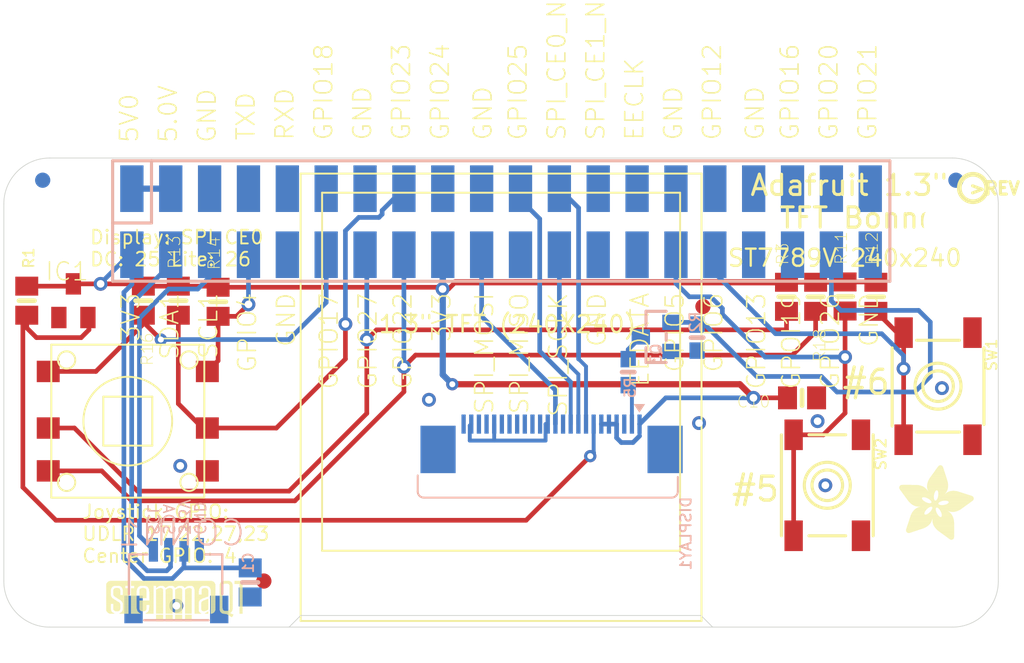
<source format=kicad_pcb>
(kicad_pcb (version 20211014) (generator pcbnew)
  (layers (0 "F.Cu" signal) (31 "B.Cu" signal) (34 "B.Paste" user) (35 "F.Paste" user) (36 "B.SilkS" user "B.Silkscreen") (37 "F.SilkS" user "F.Silkscreen") (38 "B.Mask" user) (39 "F.Mask" user) (44 "Edge.Cuts" user))
  (net 0 "")
  (net 1 "SCL")
  (net 2 "SDA")
  (net 3 "GND")
  (net 4 "3.3V")
  (net 5 "5.0V")
  (net 6 "GPIO23")
  (net 7 "GPIO17")
  (net 8 "GPIO27")
  (net 9 "GPIO22")
  (net 10 "GPIO4")
  (net 11 "GPIO5")
  (net 12 "GPIO6")
  (net 13 "TFT_RST")
  (net 14 "SCLK")
  (net 15 "MOSI")
  (net 16 "LEDK")
  (net 17 "TFT_LITE")
  (net 18 "TFT_DC")
  (net 19 "TFT_CS")
  (net 20 "N$1")
  (net 21 "MISO")
  (net 22 "EEDATA")
  (net 23 "GPIO13")
  (net 24 "GPIO19")
  (net 25 "GPIO21")
  (net 26 "GPIO20")
  (net 27 "GPIO16")
  (net 28 "GPIO12")
  (net 29 "EECLK")
  (net 30 "CE1")
  (net 31 "TXD")
  (net 32 "RXD")
  (net 33 "GPIO18")
  (net 34 "GPIO24")
  (footprint "boardEagle:0805-NO" (layer "F.Cu") (at 125.1197 98.9978 -90)
    (fp_text reference "R16" (at 2.032 -0.254 90) (layer "F.SilkS") (effects (font (size 0.75948 0.75948) (thickness 0.05332)) (justify right)))
    (fp_text value "10K")
    (pad "1" smd rect (at -0.95 0 270) (size 1.24 1.5) (layers "F.Cu" "F.Paste" "F.Mask") (net 4 "3.3V"))
    (pad "2" smd rect (at 0.95 0 270) (size 1.24 1.5) (layers "F.Cu" "F.Paste" "F.Mask") (net 7 "GPIO17"))
  )
  (footprint "boardEagle:0805-NO" (layer "F.Cu") (at 172.9987 98.7438 90)
    (fp_text reference "R12" (at 2.032 -0.254 90) (layer "F.SilkS") (effects (font (size 0.75948 0.75948) (thickness 0.05332)) (justify left)))
    (fp_text value "10K")
    (pad "1" smd rect (at -0.95 0 90) (size 1.24 1.5) (layers "F.Cu" "F.Paste" "F.Mask") (net 12 "GPIO6"))
    (pad "2" smd rect (at 0.95 0 90) (size 1.24 1.5) (layers "F.Cu" "F.Paste" "F.Mask") (net 4 "3.3V"))
  )
  (footprint "boardEagle:SKQUBAE010" (layer "F.Cu") (at 124.1037 106.8718)
    (fp_text reference "SW3" hide)
    (fp_text value "NAVSWITCHSKQUABAUE010" hide)
    (pad "1" smd rect (at -5.2 -3.25 180) (size 1.5 1.4) (layers "F.Cu" "F.Paste" "F.Mask") (net 7 "GPIO17"))
    (pad "2" smd rect (at -5.2 0.45 180) (size 1.5 1.4) (layers "F.Cu" "F.Paste" "F.Mask") (net 8 "GPIO27"))
    (pad "3" smd rect (at -5.2 3.25 180) (size 1.5 1.4) (layers "F.Cu" "F.Paste" "F.Mask") (net 9 "GPIO22"))
    (pad "4" smd rect (at 5.2 3.25 180) (size 1.5 1.4) (layers "F.Cu" "F.Paste" "F.Mask") (net 3 "GND"))
    (pad "5" smd rect (at 5.2 0.45 180) (size 1.5 1.4) (layers "F.Cu" "F.Paste" "F.Mask") (net 6 "GPIO23"))
    (pad "6" smd rect (at 5.2 -3.25 180) (size 1.5 1.4) (layers "F.Cu" "F.Paste" "F.Mask") (net 10 "GPIO4"))
  )
  (footprint "boardEagle:STEMMAQT" (layer "F.Cu") (at 122.7067 119.9528)
    (fp_text reference "U$29" hide)
    (fp_text value "" hide)
  )
  (footprint "boardEagle:FIDUCIAL_1MM" (layer "F.Cu") (at 161.6957 99.3788)
    (fp_text reference "FID1" hide)
    (fp_text value "FIDUCIAL_1MM" hide)
    (pad "1" smd roundrect (at 0 0) (size 1 1) (layers "F.Cu" "F.Mask") (roundrect_rratio 0.5))
  )
  (footprint "boardEagle:FIDUCIAL_1MM" (layer "F.Cu") (at 132.9965 117.3216)
    (fp_text reference "FID2" hide)
    (fp_text value "FIDUCIAL_1MM" hide)
    (pad "1" smd roundrect (at 0 0) (size 1 1) (layers "F.Cu" "F.Mask") (roundrect_rratio 0.5))
  )
  (footprint "boardEagle:0805-NO" (layer "F.Cu") (at 168.1727 105.3478 180)
    (fp_text reference "C10" (at 2.032 -0.254) (layer "F.SilkS") (effects (font (size 0.75948 0.75948) (thickness 0.05332)) (justify right)))
    (fp_text value "10uF")
    (pad "1" smd rect (at -0.95 0 180) (size 1.24 1.5) (layers "F.Cu" "F.Paste" "F.Mask") (net 3 "GND"))
    (pad "2" smd rect (at 0.95 0 180) (size 1.24 1.5) (layers "F.Cu" "F.Paste" "F.Mask") (net 4 "3.3V"))
  )
  (footprint "boardEagle:PI_BONNET_SMT" (layer "F.Cu") (at 116.0011 120.3338)
    (fp_text reference "RPI1" hide)
    (fp_text value "RASPBERRYPI_BPLUS_BONNETSMT" hide)
    (fp_text user "SPI_CE0_N" (at 36.8176 -31.7378 90) (layer "F.SilkS") (effects (font (size 1.1684 1.1684) (thickness 0.1016)) (justify left bottom)))
    (fp_text user "GPOI19" (at 50.7876 -21.9334 90) (layer "F.SilkS") (effects (font (size 1.1684 1.1684) (thickness 0.1016)) (justify right top)))
    (fp_text user "3V3" (at 7.6076 -21.9334 90) (layer "F.SilkS") (effects (font (size 1.1684 1.1684) (thickness 0.1016)) (justify right top)))
    (fp_text user "GPIO21" (at 57.1376 -31.7378 90) (layer "F.SilkS") (effects (font (size 1.1684 1.1684) (thickness 0.1016)) (justify left bottom)))
    (fp_text user "GND" (at 38.0876 -21.9334 90) (layer "F.SilkS") (effects (font (size 1.1684 1.1684) (thickness 0.1016)) (justify right top)))
    (fp_text user "GND" (at 55.8676 -21.9334 90) (layer "F.SilkS") (effects (font (size 1.1684 1.1684) (thickness 0.1016)) (justify right top)))
    (fp_text user "GND" (at 49.7716 -31.7378 90) (layer "F.SilkS") (effects (font (size 1.1684 1.1684) (thickness 0.1016)) (justify left bottom)))
    (fp_text user "GPIO17" (at 20.5616 -21.9334 90) (layer "F.SilkS") (effects (font (size 1.1684 1.1684) (thickness 0.1016)) (justify right top)))
    (fp_text user "GND" (at 44.4376 -31.7378 90) (layer "F.SilkS") (effects (font (size 1.1684 1.1684) (thickness 0.1016)) (justify left bottom)))
    (fp_text user "GPIO25" (at 34.2776 -31.7378 90) (layer "F.SilkS") (effects (font (size 1.1684 1.1684) (thickness 0.1016)) (justify left bottom)))
    (fp_text user "GPIO5" (at 43.1676 -21.9334 90) (layer "F.SilkS") (effects (font (size 1.1684 1.1684) (thickness 0.1016)) (justify right top)))
    (fp_text user "TXD" (at 16.4976 -31.7378 90) (layer "F.SilkS") (effects (font (size 1.1684 1.1684) (thickness 0.1016)) (justify left bottom)))
    (fp_text user "GND" (at 31.9916 -31.7378 90) (layer "F.SilkS") (effects (font (size 1.1684 1.1684) (thickness 0.1016)) (justify left bottom)))
    (fp_text user "GPIO24" (at 29.1976 -31.7378 90) (layer "F.SilkS") (effects (font (size 1.1684 1.1684) (thickness 0.1016)) (justify left bottom)))
    (fp_text user "GPIO26" (at 53.3276 -21.9334 90) (layer "F.SilkS") (effects (font (size 1.1684 1.1684) (thickness 0.1016)) (justify right top)))
    (fp_text user "GND" (at 17.7676 -21.9334 90) (layer "F.SilkS") (effects (font (size 1.1684 1.1684) (thickness 0.1016)) (justify right top)))
    (fp_text user "GPIO20" (at 54.5976 -31.7378 90) (layer "F.SilkS") (effects (font (size 1.1684 1.1684) (thickness 0.1016)) (justify left bottom)))
    (fp_text user "GND" (at 24.1176 -31.7378 90) (layer "F.SilkS") (effects (font (size 1.1684 1.1684) (thickness 0.1016)) (justify left bottom)))
    (fp_text user "SCL1" (at 12.6876 -21.9334 90) (layer "F.SilkS") (effects (font (size 1.1684 1.1684) (thickness 0.1016)) (justify right top)))
    (fp_text user "3V3" (at 27.9276 -21.9334 90) (layer "F.SilkS") (effects (font (size 1.1684 1.1684) (thickness 0.1016)) (justify right top)))
    (fp_text user "SPI_CE1_N" (at 39.3576 -31.7378 90) (layer "F.SilkS") (effects (font (size 1.1684 1.1684) (thickness 0.1016)) (justify left bottom)))
    (fp_text user "GPIO18" (at 21.5776 -31.7378 90) (layer "F.SilkS") (effects (font (size 1.1684 1.1684) (thickness 0.1016)) (justify left bottom)))
    (fp_text user "GPIO4" (at 15.2276 -21.9334 90) (layer "F.SilkS") (effects (font (size 1.1684 1.1684) (thickness 0.1016)) (justify right top)))
    (fp_text user "SDA1" (at 10.1476 -21.9334 90) (layer "F.SilkS") (effects (font (size 1.1684 1.1684) (thickness 0.1016)) (justify right top)))
    (fp_text user "GPIO23" (at 26.6576 -31.7378 90) (layer "F.SilkS") (effects (font (size 1.1684 1.1684) (thickness 0.1016)) (justify left bottom)))
    (fp_text user "GPIO22" (at 25.3876 -21.9334 90) (layer "F.SilkS") (effects (font (size 1.1684 1.1684) (thickness 0.1016)) (justify right top)))
    (fp_text user "GPIO12" (at 46.9776 -31.7378 90) (layer "F.SilkS") (effects (font (size 1.1684 1.1684) (thickness 0.1016)) (justify left bottom)))
    (fp_text user "5V0" (at 8.8776 -31.5854 90) (layer "F.SilkS") (effects (font (size 1.1684 1.1684) (thickness 0.1016)) (justify left bottom)))
    (fp_text user "GPIO6" (at 45.7076 -21.9334 90) (layer "F.SilkS") (effects (font (size 1.1684 1.1684) (thickness 0.1016)) (justify right top)))
    (fp_text user "SPI_MISO" (at 33.0076 -21.9334 90) (layer "F.SilkS") (effects (font (size 1.1684 1.1684) (thickness 0.1016)) (justify right top)))
    (fp_text user "SPI_SCLK" (at 35.5476 -21.9334 90) (layer "F.SilkS") (effects (font (size 1.1684 1.1684) (thickness 0.1016)) (justify right top)))
    (fp_text user "GPIO13" (at 48.5016 -21.9334 90) (layer "F.SilkS") (effects (font (size 1.1684 1.1684) (thickness 0.1016)) (justify right top)))
    (fp_text user "GND" (at 13.9576 -31.5854 90) (layer "F.SilkS") (effects (font (size 1.1684 1.1684) (thickness 0.1016)) (justify left bottom)))
    (fp_text user "SPI_MOSI" (at 30.7216 -21.9334 90) (layer "F.SilkS") (effects (font (size 1.1684 1.1684) (thickness 0.1016)) (justify right top)))
    (fp_text user "RXD" (at 19.0376 -31.7378 90) (layer "F.SilkS") (effects (font (size 1.1684 1.1684) (thickness 0.1016)) (justify left bottom)))
    (fp_text user "5.0V" (at 11.4176 -31.5854 90) (layer "F.SilkS") (effects (font (size 1.1684 1.1684) (thickness 0.1016)) (justify left bottom)))
    (fp_text user "EEDATA" (at 40.8816 -21.9334 90) (layer "F.SilkS") (effects (font (size 1.1684 1.1684) (thickness 0.1016)) (justify right top)))
    (fp_text user "EECLK" (at 41.8976 -31.7378 90) (layer "F.SilkS") (effects (font (size 1.1684 1.1684) (thickness 0.1016)) (justify left bottom)))
    (fp_text user "GPIO27" (at 23.1016 -21.9334 90) (layer "F.SilkS") (effects (font (size 1.1684 1.1684) (thickness 0.1016)) (justify right top)))
    (fp_text user "GPIO16" (at 52.0576 -31.7378 90) (layer "F.SilkS") (effects (font (size 1.1684 1.1684) (thickness 0.1016)) (justify left bottom)))
    (fp_line (start 62 -30.6604) (end 3 -30.6604) (layer "Edge.Cuts") (width 0.05))
    (fp_line (start 0 -27.6604) (end 0 -3) (layer "Edge.Cuts") (width 0.05))
    (fp_line (start 65 -3) (end 65 -27.6604) (layer "Edge.Cuts") (width 0.05))
    (fp_line (start 3 0) (end 62 0) (layer "Edge.Cuts") (width 0.05))
    (fp_arc (start 62 -30.6604) (mid 64.12132 -29.78172) (end 65 -27.6604) (layer "Edge.Cuts") (width 0.05))
    (fp_arc (start 65 -3) (mid 64.12132 -0.87868) (end 62 0) (layer "Edge.Cuts") (width 0.05))
    (fp_arc (start 0 -27.6604) (mid 0.87868 -29.78172) (end 3 -30.6604) (layer "Edge.Cuts") (width 0.05))
    (fp_arc (start 3 0) (mid 0.87868 -0.87868) (end 0 -3) (layer "Edge.Cuts") (width 0.05))
    (pad "" np_thru_hole circle (at 3.5 -26.5) (size 2.8 2.8) (drill 2.8) (layers *.Cu *.Mask))
    (pad "" np_thru_hole circle (at 61.5 -3.5) (size 2.8 2.8) (drill 2.8) (layers *.Cu *.Mask))
    (pad "" np_thru_hole circle (at 61.5 -26.5) (size 2.8 2.8) (drill 2.8) (layers *.Cu *.Mask))
    (pad "" np_thru_hole circle (at 3.5 -3.5) (size 2.8 2.8) (drill 2.8) (layers *.Cu *.Mask))
    (pad "1" smd rect (at 8.3696 -24.3394 270) (size 3.048 1.524) (layers "B.Cu" "B.Paste" "B.Mask") (net 4 "3.3V"))
    (pad "2" smd rect (at 8.3696 -28.6574 270) (size 3.048 1.524) (layers "B.Cu" "B.Paste" "B.Mask") (net 5 "5.0V"))
    (pad "3" smd rect (at 10.9096 -24.3394 90) (size 3.048 1.524) (layers "B.Cu" "B.Paste" "B.Mask") (net 2 "SDA"))
    (pad "4" smd rect (at 10.9096 -28.6574 270) (size 3.048 1.524) (layers "B.Cu" "B.Paste" "B.Mask") (net 5 "5.0V"))
    (pad "5" smd rect (at 13.4496 -24.3394 90) (size 3.048 1.524) (layers "B.Cu" "B.Paste" "B.Mask") (net 1 "SCL"))
    (pad "6" smd rect (at 13.4496 -28.6574 270) (size 3.048 1.524) (layers "B.Cu" "B.Paste" "B.Mask") (net 3 "GND"))
    (pad "7" smd rect (at 15.9896 -24.3394 90) (size 3.048 1.524) (layers "B.Cu" "B.Paste" "B.Mask") (net 10 "GPIO4"))
    (pad "8" smd rect (at 15.9896 -28.6574 270) (size 3.048 1.524) (layers "B.Cu" "B.Paste" "B.Mask") (net 31 "TXD"))
    (pad "9" smd rect (at 18.5296 -24.3394 90) (size 3.048 1.524) (layers "B.Cu" "B.Paste" "B.Mask") (net 3 "GND"))
    (pad "10" smd rect (at 18.5296 -28.6574 270) (size 3.048 1.524) (layers "B.Cu" "B.Paste" "B.Mask") (net 32 "RXD"))
    (pad "11" smd rect (at 21.0696 -24.3394 90) (size 3.048 1.524) (layers "B.Cu" "B.Paste" "B.Mask") (net 7 "GPIO17"))
    (pad "12" smd rect (at 21.0696 -28.6574 270) (size 3.048 1.524) (layers "B.Cu" "B.Paste" "B.Mask") (net 33 "GPIO18"))
    (pad "13" smd rect (at 23.6096 -24.3394 90) (size 3.048 1.524) (layers "B.Cu" "B.Paste" "B.Mask") (net 8 "GPIO27"))
    (pad "14" smd rect (at 23.6096 -28.6574 270) (size 3.048 1.524) (layers "B.Cu" "B.Paste" "B.Mask") (net 3 "GND"))
    (pad "15" smd rect (at 26.1496 -24.3394 90) (size 3.048 1.524) (layers "B.Cu" "B.Paste" "B.Mask") (net 9 "GPIO22"))
    (pad "16" smd rect (at 26.1496 -28.6574 270) (size 3.048 1.524) (layers "B.Cu" "B.Paste" "B.Mask") (net 6 "GPIO23"))
    (pad "17" smd rect (at 28.6896 -24.3394 90) (size 3.048 1.524) (layers "B.Cu" "B.Paste" "B.Mask") (net 4 "3.3V"))
    (pad "18" smd rect (at 28.6896 -28.6574 270) (size 3.048 1.524) (layers "B.Cu" "B.Paste" "B.Mask") (net 34 "GPIO24"))
    (pad "19" smd rect (at 31.2296 -24.3394 90) (size 3.048 1.524) (layers "B.Cu" "B.Paste" "B.Mask") (net 15 "MOSI"))
    (pad "20" smd rect (at 31.2296 -28.6574 270) (size 3.048 1.524) (layers "B.Cu" "B.Paste" "B.Mask") (net 3 "GND"))
    (pad "21" smd rect (at 33.7696 -24.3394 90) (size 3.048 1.524) (layers "B.Cu" "B.Paste" "B.Mask") (net 21 "MISO"))
    (pad "22" smd rect (at 33.7696 -28.6574 270) (size 3.048 1.524) (layers "B.Cu" "B.Paste" "B.Mask") (net 18 "TFT_DC"))
    (pad "23" smd rect (at 36.3096 -24.3394 90) (size 3.048 1.524) (layers "B.Cu" "B.Paste" "B.Mask") (net 14 "SCLK"))
    (pad "24" smd rect (at 36.3096 -28.6574 270) (size 3.048 1.524) (layers "B.Cu" "B.Paste" "B.Mask") (net 19 "TFT_CS"))
    (pad "25" smd rect (at 38.8496 -24.3394 90) (size 3.048 1.524) (layers "B.Cu" "B.Paste" "B.Mask") (net 3 "GND"))
    (pad "26" smd rect (at 38.8496 -28.6574 270) (size 3.048 1.524) (layers "B.Cu" "B.Paste" "B.Mask") (net 30 "CE1"))
    (pad "27" smd rect (at 41.3896 -24.3394 90) (size 3.048 1.524) (layers "B.Cu" "B.Paste" "B.Mask") (net 22 "EEDATA"))
    (pad "28" smd rect (at 41.3896 -28.6574 270) (size 3.048 1.524) (layers "B.Cu" "B.Paste" "B.Mask") (net 29 "EECLK"))
    (pad "29" smd rect (at 43.9296 -24.3394 90) (size 3.048 1.524) (layers "B.Cu" "B.Paste" "B.Mask") (net 11 "GPIO5"))
    (pad "30" smd rect (at 43.9296 -28.6574 270) (size 3.048 1.524) (layers "B.Cu" "B.Paste" "B.Mask") (net 3 "GND"))
    (pad "31" smd rect (at 46.4696 -24.3394 90) (size 3.048 1.524) (layers "B.Cu" "B.Paste" "B.Mask") (net 12 "GPIO6"))
    (pad "32" smd rect (at 46.4696 -28.6574 270) (size 3.048 1.524) (layers "B.Cu" "B.Paste" "B.Mask") (net 28 "GPIO12"))
    (pad "33" smd rect (at 49.0096 -24.3394 90) (size 3.048 1.524) (layers "B.Cu" "B.Paste" "B.Mask") (net 23 "GPIO13"))
    (pad "34" smd rect (at 49.0096 -28.6574 270) (size 3.048 1.524) (layers "B.Cu" "B.Paste" "B.Mask") (net 3 "GND"))
    (pad "35" smd rect (at 51.5496 -24.3394 90) (size 3.048 1.524) (layers "B.Cu" "B.Paste" "B.Mask") (net 24 "GPIO19"))
    (pad "36" smd rect (at 51.5496 -28.6574 270) (size 3.048 1.524) (layers "B.Cu" "B.Paste" "B.Mask") (net 27 "GPIO16"))
    (pad "37" smd rect (at 54.0896 -24.3394 90) (size 3.048 1.524) (layers "B.Cu" "B.Paste" "B.Mask") (net 17 "TFT_LITE"))
    (pad "38" smd rect (at 54.0896 -28.6574 270) (size 3.048 1.524) (layers "B.Cu" "B.Paste" "B.Mask") (net 26 "GPIO20"))
    (pad "39" smd rect (at 56.6296 -24.3394 90) (size 3.048 1.524) (layers "B.Cu" "B.Paste" "B.Mask") (net 3 "GND"))
    (pad "40" smd rect (at 56.6296 -28.6574 270) (size 3.048 1.524) (layers "B.Cu" "B.Paste" "B.Mask") (net 25 "GPIO21"))
    (pad "41" smd roundrect (at 2.54 -29.21 180) (size 1 1) (layers "B.Cu" "B.Mask") (roundrect_rratio 0.5))
    (pad "42" smd roundrect (at 62.23 -29.21 180) (size 1 1) (layers "B.Cu" "B.Mask") (roundrect_rratio 0.5))
  )
  (footprint "boardEagle:0805-NO" (layer "F.Cu") (at 127.4057 98.9978 90)
    (fp_text reference "R13" (at 2.032 -0.254 90) (layer "F.SilkS") (effects (font (size 0.75948 0.75948) (thickness 0.05332)) (justify left)))
    (fp_text value "10K")
    (pad "1" smd rect (at -0.95 0 90) (size 1.24 1.5) (layers "F.Cu" "F.Paste" "F.Mask") (net 6 "GPIO23"))
    (pad "2" smd rect (at 0.95 0 90) (size 1.24 1.5) (layers "F.Cu" "F.Paste" "F.Mask") (net 4 "3.3V"))
  )
  (footprint "boardEagle:0805-NO" (layer "F.Cu") (at 130.0057 99.0698 90)
    (fp_text reference "R14" (at 2.032 -0.254 90) (layer "F.SilkS") (effects (font (size 0.75948 0.75948) (thickness 0.05332)) (justify left)))
    (fp_text value "10K")
    (pad "1" smd rect (at -0.95 0 90) (size 1.24 1.5) (layers "F.Cu" "F.Paste" "F.Mask") (net 10 "GPIO4"))
    (pad "2" smd rect (at 0.95 0 90) (size 1.24 1.5) (layers "F.Cu" "F.Paste" "F.Mask") (net 4 "3.3V"))
  )
  (footprint "boardEagle:6MM_SMT" (layer "F.Cu") (at 169.8237 111.0628 -90)
    (fp_text reference "SW2" (at -3.175 -3.5 90) (layer "F.SilkS") (effects (font (size 0.692831 0.692831) (thickness 0.119969)) (justify right)))
    (fp_text value "EVQQ")
    (pad "A" smd rect (at -3.3 2.2 270) (size 2 1.2) (layers "F.Cu" "F.Paste" "F.Mask") (net 11 "GPIO5"))
    (pad "A'" smd rect (at 3.3 2.2 270) (size 2 1.2) (layers "F.Cu" "F.Paste" "F.Mask") (net 11 "GPIO5"))
    (pad "B" smd rect (at -3.3 -2.2 270) (size 2 1.2) (layers "F.Cu" "F.Paste" "F.Mask") (net 3 "GND"))
    (pad "B'" smd rect (at 3.3 -2.2 270) (size 2 1.2) (layers "F.Cu" "F.Paste" "F.Mask") (net 3 "GND"))
  )
  (footprint "boardEagle:0805-NO" (layer "F.Cu") (at 117.4997 98.9978 90)
    (fp_text reference "R1" (at 2.032 0.127 90) (layer "F.SilkS") (effects (font (size 0.692831 0.692831) (thickness 0.119969)) (justify left)))
    (fp_text value "10K")
    (pad "1" smd rect (at -0.95 0 90) (size 1.24 1.5) (layers "F.Cu" "F.Paste" "F.Mask") (net 13 "TFT_RST"))
    (pad "2" smd rect (at 0.95 0 90) (size 1.24 1.5) (layers "F.Cu" "F.Paste" "F.Mask") (net 4 "3.3V"))
  )
  (footprint "boardEagle:ADAFRUIT_5MM" (layer "F.Cu") (at 174.5227 114.6188)
    (fp_text reference "U$28" hide)
    (fp_text value "" hide)
  )
  (footprint "boardEagle:6MMX6MM_TACTILE_SMT" (layer "F.Cu") (at 177.0627 104.5858 -90)
    (fp_text reference "SW1" (at -3.175 -3.5 90) (layer "F.SilkS") (effects (font (size 0.692831 0.692831) (thickness 0.119969)) (justify right)))
    (fp_text value "EVQQ" hide)
    (pad "A" smd rect (at -3.5 2.25 270) (size 2 1.2) (layers "F.Cu" "F.Paste" "F.Mask") (net 12 "GPIO6"))
    (pad "A'" smd rect (at 3.5 2.25 270) (size 2 1.2) (layers "F.Cu" "F.Paste" "F.Mask") (net 12 "GPIO6"))
    (pad "B" smd rect (at -3.5 -2.25 270) (size 2 1.2) (layers "F.Cu" "F.Paste" "F.Mask") (net 3 "GND"))
    (pad "B'" smd rect (at 3.5 -2.25 270) (size 2 1.2) (layers "F.Cu" "F.Paste" "F.Mask") (net 3 "GND"))
  )
  (footprint "boardEagle:0805-NO" (layer "F.Cu") (at 169.0617 98.7438 -90)
    (fp_text reference "R18" (at 2.032 -0.254 90) (layer "F.SilkS") (effects (font (size 0.75948 0.75948) (thickness 0.05332)) (justify right)))
    (fp_text value "10K")
    (pad "1" smd rect (at -0.95 0 270) (size 1.24 1.5) (layers "F.Cu" "F.Paste" "F.Mask") (net 4 "3.3V"))
    (pad "2" smd rect (at 0.95 0 270) (size 1.24 1.5) (layers "F.Cu" "F.Paste" "F.Mask") (net 9 "GPIO22"))
  )
  (footprint "boardEagle:0805-NO" (layer "F.Cu") (at 167.1567 98.7438 90)
    (fp_text reference "R3" (at 2.032 -0.254 90) (layer "F.SilkS") (effects (font (size 0.75948 0.75948) (thickness 0.05332)) (justify left)))
    (fp_text value "10K")
    (pad "1" smd rect (at -0.95 0 90) (size 1.24 1.5) (layers "F.Cu" "F.Paste" "F.Mask") (net 8 "GPIO27"))
    (pad "2" smd rect (at 0.95 0 90) (size 1.24 1.5) (layers "F.Cu" "F.Paste" "F.Mask") (net 4 "3.3V"))
  )
  (footprint "boardEagle:PCBFEAT-REV-040" (layer "F.Cu") (at 179.3487 91.6318)
    (fp_text reference "U$2" hide)
    (fp_text value "" hide)
    (fp_text user ">REV" (at -0.3556 0.508) (layer "F.SilkS") (effects (font (size 0.8128 0.8128) (thickness 0.2032)) (justify left bottom)))
  )
  (footprint "boardEagle:0805-NO" (layer "F.Cu") (at 170.9847 98.7238 90)
    (fp_text reference "R11" (at 2.032 -0.254 90) (layer "F.SilkS") (effects (font (size 0.75948 0.75948) (thickness 0.05332)) (justify left)))
    (fp_text value "10K")
    (pad "1" smd rect (at -0.95 0 90) (size 1.24 1.5) (layers "F.Cu" "F.Paste" "F.Mask") (net 11 "GPIO5"))
    (pad "2" smd rect (at 0.95 0 90) (size 1.24 1.5) (layers "F.Cu" "F.Paste" "F.Mask") (net 4 "3.3V"))
  )
  (footprint "boardEagle:SOT23" (layer "F.Cu") (at 120.5477 98.9978)
    (fp_text reference "IC1" (at -1.905 -1.905) (layer "F.SilkS") (effects (font (size 1.176528 1.176528) (thickness 0.093472)) (justify left)))
    (fp_text value "APX803")
    (pad "1" smd rect (at -0.95 1.1) (size 1 1.4) (layers "F.Cu" "F.Paste" "F.Mask") (net 3 "GND"))
    (pad "2" smd rect (at 0.95 1.1) (size 1 1.4) (layers "F.Cu" "F.Paste" "F.Mask") (net 13 "TFT_RST"))
    (pad "3" smd rect (at 0 -1.1) (size 1 1.4) (layers "F.Cu" "F.Paste" "F.Mask") (net 4 "3.3V"))
  )
  (footprint "boardEagle:0805-NO" (layer "B.Cu") (at 132.1047 117.4128 90)
    (fp_text reference "C1" (at 2.032 -0.127 90) (layer "B.SilkS") (effects (font (size 0.692831 0.692831) (thickness 0.119969)) (justify left mirror)))
    (fp_text value "10uF")
    (pad "1" smd rect (at -0.95 0 90) (size 1.24 1.5) (layers "B.Cu" "B.Paste" "B.Mask") (net 3 "GND"))
    (pad "2" smd rect (at 0.95 0 90) (size 1.24 1.5) (layers "B.Cu" "B.Paste" "B.Mask") (net 4 "3.3V"))
  )
  (footprint "boardEagle:0603-NO" (layer "B.Cu") (at 156.8107 103.6658 -90)
    (fp_text reference "R5" (at 1.778 -0.127 -270) (layer "B.SilkS") (effects (font (size 0.692831 0.692831) (thickness 0.119969)) (justify right mirror)))
    (fp_text value "10")
    (pad "1" smd rect (at -0.85 0 270) (size 1.075 1) (layers "B.Cu" "B.Paste" "B.Mask") (net 20 "N$1"))
    (pad "2" smd rect (at 0.85 0 270) (size 1.075 1) (layers "B.Cu" "B.Paste" "B.Mask") (net 16 "LEDK"))
  )
  (footprint "boardEagle:SOT23-WIDE" (layer "B.Cu") (at 158.6357 101.3638 -90)
    (fp_text reference "Q3" (at 1.905 0 -270) (layer "B.SilkS") (effects (font (size 0.692831 0.692831) (thickness 0.119969)) (justify right mirror)))
    (fp_text value "BSS138")
    (pad "1" smd rect (at -0.95 -1 270) (size 1 1.2) (layers "B.Cu" "B.Paste" "B.Mask") (net 17 "TFT_LITE"))
    (pad "2" smd rect (at 0.95 -1 270) (size 1 1.2) (layers "B.Cu" "B.Paste" "B.Mask") (net 3 "GND"))
    (pad "3" smd rect (at 0 1 270) (size 1 1.2) (layers "B.Cu" "B.Paste" "B.Mask") (net 20 "N$1"))
  )
  (footprint "boardEagle:JST_SH4" (layer "B.Cu") (at 127.2787 117.7938 180)
    (fp_text reference "CONN1" (at -4.6 3.614) (layer "B.SilkS") (effects (font (size 1.647139 1.647139) (thickness 0.130861)) (justify left mirror)))
    (fp_text value "STEMMA_I2C_QT" hide)
    (pad "1" smd rect (at -1.5 2.514 90) (size 1.55 0.6) (layers "B.Cu" "B.Paste" "B.Mask") (net 3 "GND"))
    (pad "2" smd rect (at -0.5 2.514 90) (size 1.55 0.6) (layers "B.Cu" "B.Paste" "B.Mask") (net 4 "3.3V"))
    (pad "3" smd rect (at 0.5 2.514 90) (size 1.55 0.6) (layers "B.Cu" "B.Paste" "B.Mask") (net 2 "SDA"))
    (pad "4" smd rect (at 1.5 2.514 90) (size 1.55 0.6) (layers "B.Cu" "B.Paste" "B.Mask") (net 1 "SCL"))
    (pad "MT1" smd rect (at -2.8 -1.386 90) (size 1.8 1.2) (layers "B.Cu" "B.Paste" "B.Mask"))
    (pad "MT2" smd rect (at 2.8 -1.386 90) (size 1.8 1.2) (layers "B.Cu" "B.Paste" "B.Mask"))
  )
  (footprint "boardEagle:TFT_1.3IN_240X240_24P" (layer "B.Cu") (at 162.1027 120.4418 180)
    (fp_text reference "DISPLAY1" (at 1.523 8.696 270) (layer "B.SilkS") (effects (font (size 0.692831 0.692831) (thickness 0.119969)) (justify left mirror)))
    (fp_text value "DISP_LCD_ST7789_1.3IN" hide)
    (fp_text user "1.3\" TFT (240X240)" (at 13.19 19.9) (layer "F.SilkS") (effects (font (size 1.1176 1.1176) (thickness 0.1524))))
    (pad "1" smd rect (at 4.55 13.378) (size 0.28 1.25) (layers "B.Cu" "B.Paste" "B.Mask") (net 4 "3.3V"))
    (pad "2" smd rect (at 5.05 13.378) (size 0.28 1.25) (layers "B.Cu" "B.Paste" "B.Mask") (net 16 "LEDK"))
    (pad "3" smd rect (at 5.55 13.378) (size 0.28 1.25) (layers "B.Cu" "B.Paste" "B.Mask") (net 3 "GND"))
    (pad "4" smd rect (at 6.05 13.378) (size 0.28 1.25) (layers "B.Cu" "B.Paste" "B.Mask") (net 4 "3.3V"))
    (pad "5" smd rect (at 6.55 13.378) (size 0.28 1.25) (layers "B.Cu" "B.Paste" "B.Mask") (net 4 "3.3V"))
    (pad "6" smd rect (at 7.05 13.378) (size 0.28 1.25) (layers "B.Cu" "B.Paste" "B.Mask") (net 4 "3.3V"))
    (pad "7" smd rect (at 7.55 13.378) (size 0.28 1.25) (layers "B.Cu" "B.Paste" "B.Mask") (net 13 "TFT_RST"))
    (pad "8" smd rect (at 8.05 13.378) (size 0.28 1.25) (layers "B.Cu" "B.Paste" "B.Mask") (net 19 "TFT_CS"))
    (pad "9" smd rect (at 8.55 13.378) (size 0.28 1.25) (layers "B.Cu" "B.Paste" "B.Mask") (net 14 "SCLK"))
    (pad "10" smd rect (at 9.05 13.378) (size 0.28 1.25) (layers "B.Cu" "B.Paste" "B.Mask") (net 18 "TFT_DC"))
    (pad "11" smd rect (at 9.55 13.378) (size 0.28 1.25) (layers "B.Cu" "B.Paste" "B.Mask") (net 3 "GND"))
    (pad "12" smd rect (at 10.05 13.378) (size 0.28 1.25) (layers "B.Cu" "B.Paste" "B.Mask") (net 15 "MOSI"))
    (pad "13" smd rect (at 10.55 13.378) (size 0.28 1.25) (layers "B.Cu" "B.Paste" "B.Mask") (net 3 "GND"))
    (pad "14" smd rect (at 11.05 13.378) (size 0.28 1.25) (layers "B.Cu" "B.Paste" "B.Mask") (net 3 "GND"))
    (pad "15" smd rect (at 11.55 13.378) (size 0.28 1.25) (layers "B.Cu" "B.Paste" "B.Mask") (net 3 "GND"))
    (pad "16" smd rect (at 12.05 13.378) (size 0.28 1.25) (layers "B.Cu" "B.Paste" "B.Mask") (net 3 "GND"))
    (pad "17" smd rect (at 12.55 13.378) (size 0.28 1.25) (layers "B.Cu" "B.Paste" "B.Mask") (net 3 "GND"))
    (pad "18" smd rect (at 13.05 13.378) (size 0.28 1.25) (layers "B.Cu" "B.Paste" "B.Mask") (net 3 "GND"))
    (pad "19" smd rect (at 13.55 13.378) (size 0.28 1.25) (layers "B.Cu" "B.Paste" "B.Mask") (net 3 "GND"))
    (pad "20" smd rect (at 14.05 13.378) (size 0.28 1.25) (layers "B.Cu" "B.Paste" "B.Mask") (net 3 "GND"))
    (pad "21" smd rect (at 14.55 13.378) (size 0.28 1.25) (layers "B.Cu" "B.Paste" "B.Mask"))
    (pad "22" smd rect (at 15.05 13.378) (size 0.28 1.25) (layers "B.Cu" "B.Paste" "B.Mask"))
    (pad "23" smd rect (at 15.55 13.378) (size 0.28 1.25) (layers "B.Cu" "B.Paste" "B.Mask") (net 3 "GND"))
    (pad "24" smd rect (at 16.05 13.378) (size 0.28 1.25) (layers "B.Cu" "B.Paste" "B.Mask") (net 3 "GND"))
    (pad "MNT1" smd rect (at 2.88 11.722 180) (size 2.3 3.1) (layers "B.Cu" "B.Paste" "B.Mask"))
    (pad "MNT2" smd rect (at 17.72 11.722 180) (size 2.3 3.1) (layers "B.Cu" "B.Paste" "B.Mask"))
  )
  (footprint "boardEagle:0603-NO" (layer "B.Cu") (at 161.3147 101.4108 90)
    (fp_text reference "R2" (at 1.778 -0.127 90) (layer "B.SilkS") (effects (font (size 0.692831 0.692831) (thickness 0.119969)) (justify left mirror)))
    (fp_text value "10K")
    (pad "1" smd rect (at -0.85 0 90) (size 1.075 1) (layers "B.Cu" "B.Paste" "B.Mask") (net 3 "GND"))
    (pad "2" smd rect (at 0.85 0 90) (size 1.075 1) (layers "B.Cu" "B.Paste" "B.Mask") (net 17 "TFT_LITE"))
  )
  (gr_line (start 161.5687 119.5718) (end 162.3307 120.3338) (layer "Edge.Cuts") (width 0.05))
  (gr_line (start 135.4067 119.5718) (end 161.5687 119.5718) (layer "Edge.Cuts") (width 0.05))
  (gr_line (start 134.6447 120.3338) (end 135.4067 119.5718) (layer "Edge.Cuts") (width 0.05))
  (gr_text "GND" (at 128.8027 114.3648 -90) (layer "B.SilkS") (effects (font (size 0.715264 0.715264) (thickness 0.097536)) (justify left mirror)))
  (gr_text "3.3V" (at 127.7867 114.3648 -90) (layer "B.SilkS") (effects (font (size 0.715264 0.715264) (thickness 0.097536)) (justify left mirror)))
  (gr_text "SCL" (at 125.7547 114.3648 -90) (layer "B.SilkS") (effects (font (size 0.715264 0.715264) (thickness 0.097536)) (justify left mirror)))
  (gr_text "SDA" (at 126.7707 114.3648 -90) (layer "B.SilkS") (effects (font (size 0.715264 0.715264) (thickness 0.097536)) (justify left mirror)))
  (gr_text "#6" (at 172.3637 104.3318) (layer "F.SilkS") (effects (font (size 1.56464 1.56464) (thickness 0.21336))))
  (gr_text "ST7789V 240x240" (at 170.9667 96.2038) (layer "F.SilkS") (effects (font (size 1.1176 1.1176) (thickness 0.1524))))
  (gr_text "Joystick GPIO:\nUDLR 17,22,27,23\nCenter GPIO: 4" (at 121.0557 114.2378) (layer "F.SilkS") (effects (font (size 0.89408 0.89408) (thickness 0.12192)) (justify left)))
  (gr_text "Adafruit 1.3\"\nTFT Bonnet" (at 177.8247 92.5208) (layer "F.SilkS") (effects (font (size 1.32588 1.32588) (thickness 0.19812)) (justify right)))
  (gr_text "#5" (at 165.1247 111.3168) (layer "F.SilkS") (effects (font (size 1.56464 1.56464) (thickness 0.21336))))
  (gr_text "Display: SPI CE0\nDC: 25 Lite: 26" (at 121.5637 95.5688) (layer "F.SilkS") (effects (font (size 0.89408 0.89408) (thickness 0.12192)) (justify left)))
  (segment (start 126.7707 98.2358) (end 128.6757 98.2358) (width 0.3048) (layer "B.Cu") (net 1))
  (segment (start 124.8657 100.1408) (end 124.8657 114.3668) (width 0.3048) (layer "B.Cu") (net 1))
  (segment (start 126.7707 98.2358) (end 124.8657 100.1408) (width 0.3048) (layer "B.Cu") (net 1))
  (segment (start 129.4507 95.1042) (end 129.4507 95.9944) (width 0.3048) (layer "B.Cu") (net 1))
  (segment (start 124.8657 114.3668) (end 125.7787 115.2798) (width 0.3048) (layer "B.Cu") (net 1))
  (segment (start 129.4507 95.9944) (end 129.4507 95.1042) (width 0.3048) (layer "B.Cu") (net 1))
  (segment (start 129.4507 97.4608) (end 129.4507 95.9944) (width 0.3048) (layer "B.Cu") (net 1))
  (segment (start 128.6757 98.2358) (end 129.4507 97.4608) (width 0.3048) (layer "B.Cu") (net 1))
  (segment (start 124.3577 99.168375) (end 124.3577 115.6348) (width 0.3048) (layer "B.Cu") (net 2))
  (segment (start 126.6437 116.6508) (end 126.8977 116.3968) (width 0.3048) (layer "B.Cu") (net 2))
  (segment (start 126.9107 95.1042) (end 126.9107 95.9944) (width 0.3048) (layer "B.Cu") (net 2))
  (segment (start 126.9107 96.615375) (end 126.9107 95.9944) (width 0.3048) (layer "B.Cu") (net 2))
  (segment (start 125.3737 116.6508) (end 126.6437 116.6508) (width 0.3048) (layer "B.Cu") (net 2))
  (segment (start 126.8977 116.3968) (end 126.8977 115.3988) (width 0.3048) (layer "B.Cu") (net 2))
  (segment (start 124.3577 115.6348) (end 125.3737 116.6508) (width 0.3048) (layer "B.Cu") (net 2))
  (segment (start 126.9107 96.615375) (end 124.3577 99.168375) (width 0.3048) (layer "B.Cu") (net 2))
  (segment (start 126.8977 115.3988) (end 126.7787 115.2798) (width 0.3048) (layer "B.Cu") (net 2))
  (segment (start 126.9107 95.9944) (end 126.9107 95.1042) (width 0.3048) (layer "B.Cu") (net 2))
  (via (at 127.2787 118.9368) (size 0.9064) (drill 0.5) (layers "F.Cu" "B.Cu") (net 3))
  (via (at 161.4417 106.9988) (size 0.9064) (drill 0.5) (layers "F.Cu" "B.Cu") (net 3))
  (via (at 177.3167 104.7128) (size 0.9064) (drill 0.5) (layers "F.Cu" "B.Cu") (net 3))
  (via (at 143.7887 105.4748) (size 0.9064) (drill 0.5) (layers "F.Cu" "B.Cu") (net 3))
  (via (at 169.6967 111.0628) (size 0.9064) (drill 0.5) (layers "F.Cu" "B.Cu") (net 3))
  (via (at 169.1887 106.8718) (size 0.9064) (drill 0.5) (layers "F.Cu" "B.Cu") (net 3))
  (via (at 127.5327 109.7928) (size 0.9064) (drill 0.5) (layers "F.Cu" "B.Cu") (net 3))
  (segment (start 146.5527 107.0638) (end 146.4557 107.1608) (width 0.254) (layer "B.Cu") (net 3))
  (segment (start 147.2307 92.5634) (end 147.2307 91.6764) (width 0.3048) (layer "B.Cu") (net 3))
  (segment (start 151.5527 107.0638) (end 151.4087 107.0638) (width 0.254) (layer "B.Cu") (net 3))
  (segment (start 148.0527 107.0638) (end 148.0527 108.1418) (width 0.254) (layer "B.Cu") (net 3))
  (segment (start 146.4557 107.1608) (end 146.4557 108.1418) (width 0.254) (layer "B.Cu") (net 3))
  (segment (start 165.0107 92.5634) (end 165.0107 91.6764) (width 0.3048) (layer "B.Cu") (net 3))
  (segment (start 159.9307 92.5634) (end 159.9307 91.6764) (width 0.3048) (layer "B.Cu") (net 3))
  (segment (start 139.6107 92.5634) (end 139.6107 91.6764) (width 0.3048) (layer "B.Cu") (net 3))
  (segment (start 151.4087 107.0638) (end 151.4087 108.1418) (width 0.254) (layer "B.Cu") (net 3))
  (segment (start 172.6307 95.1042) (end 172.6307 95.9944) (width 0.3048) (layer "B.Cu") (net 3))
  (segment (start 148.0527 108.1418) (end 146.4557 108.1418) (width 0.254) (layer "B.Cu") (net 3))
  (segment (start 151.4087 108.1418) (end 148.0527 108.1418) (width 0.254) (layer "B.Cu") (net 3))
  (segment (start 170.9847 97.7738) (end 172.9787 97.7738) (width 0.3048) (layer "F.Cu") (net 4))
  (segment (start 167.1567 97.7938) (end 169.0617 97.7938) (width 0.3048) (layer "F.Cu") (net 4))
  (segment (start 145.0637 98.2358) (end 144.6777 98.2358) (width 0.3048) (layer "F.Cu") (net 4))
  (segment (start 145.3127 104.4588) (end 164.1087 104.4588) (width 0.4064) (layer "F.Cu") (net 4))
  (segment (start 172.9787 97.7738) (end 172.9987 97.7938) (width 0.3048) (layer "F.Cu") (net 4))
  (segment (start 120.3977 98.0478) (end 120.5477 97.8978) (width 0.3048) (layer "F.Cu") (net 4))
  (segment (start 122.3257 97.8978) (end 120.5477 97.8978) (width 0.3048) (layer "F.Cu") (net 4))
  (segment (start 169.0617 97.7938) (end 170.9647 97.7938) (width 0.3048) (layer "F.Cu") (net 4))
  (segment (start 170.9647 97.7938) (end 170.9847 97.7738) (width 0.3048) (layer "F.Cu") (net 4))
  (segment (start 144.423709 98.23581) (end 144.3077 98.1198) (width 0.3048) (layer "F.Cu") (net 4))
  (segment (start 127.4057 98.0478) (end 129.9337 98.0478) (width 0.3048) (layer "F.Cu") (net 4))
  (segment (start 124.9697 97.8978) (end 122.3257 97.8978) (width 0.3048) (layer "F.Cu") (net 4))
  (segment (start 129.9337 98.0478) (end 130.0057 98.1198) (width 0.3048) (layer "F.Cu") (net 4))
  (segment (start 144.677696 98.235804) (end 144.423709 98.23581) (width 0.3048) (layer "F.Cu") (net 4))
  (segment (start 164.9977 105.3478) (end 167.2227 105.3478) (width 0.3048) (layer "F.Cu") (net 4))
  (segment (start 144.677696 98.235804) (end 144.6777 98.2358) (width 0.3048) (layer "F.Cu") (net 4))
  (segment (start 125.1197 98.0478) (end 124.9697 97.8978) (width 0.3048) (layer "F.Cu") (net 4))
  (segment (start 117.4997 98.0478) (end 120.3977 98.0478) (width 0.3048) (layer "F.Cu") (net 4))
  (segment (start 144.3077 98.1198) (end 130.0057 98.1198) (width 0.3048) (layer "F.Cu") (net 4))
  (segment (start 145.5057 97.7938) (end 145.0637 98.2358) (width 0.3048) (layer "F.Cu") (net 4))
  (segment (start 164.1087 104.4588) (end 164.9977 105.3478) (width 0.4064) (layer "F.Cu") (net 4))
  (segment (start 145.5057 97.7938) (end 167.1567 97.7938) (width 0.4064) (layer "F.Cu") (net 4))
  (segment (start 125.1197 98.0478) (end 127.4057 98.0478) (width 0.3048) (layer "F.Cu") (net 4))
  (via (at 122.3257 97.8978) (size 0.9064) (drill 0.5) (layers "F.Cu" "B.Cu") (net 4))
  (via (at 144.6777 98.2358) (size 0.9064) (drill 0.5) (layers "F.Cu" "B.Cu") (net 4))
  (via (at 164.9977 105.3478) (size 0.9064) (drill 0.5) (layers "F.Cu" "B.Cu") (net 4))
  (via (at 145.3127 104.4588) (size 0.8001) (drill 0.3937) (layers "F.Cu" "B.Cu") (net 4))
  (segment (start 157.5527 107.0638) (end 159.2687 105.3478) (width 0.3048) (layer "B.Cu") (net 4))
  (segment (start 127.0247 117.1588) (end 127.7787 116.4048) (width 0.3048) (layer "B.Cu") (net 4))
  (segment (start 144.6907 97.6008) (end 144.6907 103.8368) (width 0.4064) (layer "B.Cu") (net 4))
  (segment (start 124.3707 97.92895) (end 123.8497 98.44995) (width 0.3048) (layer "B.Cu") (net 4))
  (segment (start 156.0527 107.9598) (end 156.0527 107.0638) (width 0.3048) (layer "B.Cu") (net 4))
  (segment (start 144.6907 95.9944) (end 144.6907 97.6008) (width 0.4064) (layer "B.Cu") (net 4))
  (segment (start 156.0527 107.0638) (end 155.5527 107.0638) (width 0.3048) (layer "B.Cu") (net 4))
  (segment (start 122.3257 97.8978) (end 122.3257 97.8678) (width 0.3048) (layer "B.Cu") (net 4))
  (segment (start 156.3617 108.2688) (end 156.0527 107.9598) (width 0.3048) (layer "B.Cu") (net 4))
  (segment (start 157.5527 107.0638) (end 157.5527 107.8398) (width 0.254) (layer "B.Cu") (net 4))
  (segment (start 159.2687 105.3478) (end 164.9977 105.3478) (width 0.3048) (layer "B.Cu") (net 4))
  (segment (start 125.163275 117.1588) (end 127.0247 117.1588) (width 0.3048) (layer "B.Cu") (net 4))
  (segment (start 144.6907 98.2228) (end 144.6777 98.2358) (width 0.3048) (layer "B.Cu") (net 4))
  (segment (start 127.7787 116.4048) (end 127.8367 116.4628) (width 0.3048) (layer "B.Cu") (net 4))
  (segment (start 157.5527 107.8398) (end 157.1237 108.2688) (width 0.3048) (layer "B.Cu") (net 4))
  (segment (start 123.8497 98.44995) (end 123.8497 115.845225) (width 0.3048) (layer "B.Cu") (net 4))
  (segment (start 124.3707 95.9944) (end 124.3707 95.8228) (width 0.3048) (layer "B.Cu") (net 4))
  (segment (start 144.6907 97.6008) (end 144.6907 98.2228) (width 0.3048) (layer "B.Cu") (net 4))
  (segment (start 127.7787 115.2798) (end 127.7787 116.4048) (width 0.3048) (layer "B.Cu") (net 4))
  (segment (start 123.8497 115.845225) (end 125.163275 117.1588) (width 0.3048) (layer "B.Cu") (net 4))
  (segment (start 124.3707 97.92895) (end 124.3707 95.9944) (width 0.3048) (layer "B.Cu") (net 4))
  (segment (start 122.3257 97.8678) (end 124.3707 95.8228) (width 0.3048) (layer "B.Cu") (net 4))
  (segment (start 127.8367 116.4628) (end 132.1047 116.4628) (width 0.3048) (layer "B.Cu") (net 4))
  (segment (start 157.1237 108.2688) (end 156.3617 108.2688) (width 0.3048) (layer "B.Cu") (net 4))
  (segment (start 155.0527 107.0638) (end 155.5527 107.0638) (width 0.3048) (layer "B.Cu") (net 4))
  (segment (start 144.6907 103.8368) (end 145.3127 104.4588) (width 0.4064) (layer "B.Cu") (net 4))
  (segment (start 126.9107 91.6764) (end 126.9107 92.5634) (width 0.3048) (layer "B.Cu") (net 5))
  (segment (start 126.9107 92.5634) (end 126.9107 91.6764) (width 0.3048) (layer "B.Cu") (net 5))
  (segment (start 124.3707 91.6764) (end 124.3707 92.5634) (width 0.3048) (layer "B.Cu") (net 5))
  (segment (start 124.3707 92.5634) (end 124.3707 91.6764) (width 0.3048) (layer "B.Cu") (net 5))
  (segment (start 124.3707 91.6764) (end 126.9107 91.6764) (width 0.4064) (layer "B.Cu") (net 5))
  (segment (start 138.3277 102.8078) (end 138.3277 100.5218) (width 0.3048) (layer "F.Cu") (net 6))
  (segment (start 127.4057 99.9478) (end 127.4057 105.7288) (width 0.3048) (layer "F.Cu") (net 6))
  (segment (start 127.4057 105.7288) (end 128.9987 107.3218) (width 0.3048) (layer "F.Cu") (net 6))
  (segment (start 129.3037 107.3218) (end 133.8137 107.3218) (width 0.3048) (layer "F.Cu") (net 6))
  (segment (start 128.9987 107.3218) (end 129.3037 107.3218) (width 0.3048) (layer "F.Cu") (net 6))
  (segment (start 133.8137 107.3218) (end 138.3277 102.8078) (width 0.3048) (layer "F.Cu") (net 6))
  (via (at 138.3277 100.5218) (size 0.9064) (drill 0.5) (layers "F.Cu" "B.Cu") (net 6))
  (segment (start 140.519993 93.556) (end 140.7283 93.347694) (width 0.3048) (layer "B.Cu") (net 6))
  (segment (start 138.3277 94.4258) (end 139.1975 93.556) (width 0.3048) (layer "B.Cu") (net 6))
  (segment (start 140.7283 93.347694) (end 140.7283 93.0988) (width 0.3048) (layer "B.Cu") (net 6))
  (segment (start 139.1975 93.556) (end 140.519993 93.556) (width 0.3048) (layer "B.Cu") (net 6))
  (segment (start 140.7283 93.0988) (end 142.1507 91.6764) (width 0.3048) (layer "B.Cu") (net 6))
  (segment (start 138.3277 100.5218) (end 138.3277 94.4258) (width 0.3048) (layer "B.Cu") (net 6))
  (segment (start 125.1197 100.5218) (end 125.1197 99.9478) (width 0.3048) (layer "F.Cu") (net 7))
  (segment (start 125.1197 100.3948) (end 125.1197 99.9478) (width 0.3048) (layer "F.Cu") (net 7))
  (segment (start 126.2627 101.5378) (end 125.1197 100.3948) (width 0.3048) (layer "F.Cu") (net 7))
  (segment (start 122.0197 103.6218) (end 125.1197 100.5218) (width 0.3048) (layer "F.Cu") (net 7))
  (segment (start 118.9037 103.6218) (end 122.0197 103.6218) (width 0.3048) (layer "F.Cu") (net 7))
  (via (at 126.2627 101.5378) (size 0.8001) (drill 0.3937) (layers "F.Cu" "B.Cu") (net 7))
  (segment (start 137.0707 95.9944) (end 137.0707 99.1118) (width 0.3048) (layer "B.Cu") (net 7))
  (segment (start 134.6447 101.5378) (end 126.2627 101.5378) (width 0.3048) (layer "B.Cu") (net 7))
  (segment (start 137.0707 99.1118) (end 134.6447 101.5378) (width 0.3048) (layer "B.Cu") (net 7))
  (segment (start 137.0707 95.9944) (end 137.0707 95.1042) (width 0.3048) (layer "B.Cu") (net 7))
  (segment (start 137.0707 95.1042) (end 137.0707 95.9944) (width 0.3048) (layer "B.Cu") (net 7))
  (segment (start 167.1567 99.6938) (end 167.1567 100.9028) (width 0.3048) (layer "F.Cu") (net 8))
  (segment (start 118.9037 107.3218) (end 120.6167 107.3218) (width 0.3048) (layer "F.Cu") (net 8))
  (segment (start 140.3597 100.9028) (end 139.7247 101.5378) (width 0.3048) (layer "F.Cu") (net 8))
  (segment (start 124.7387 111.4438) (end 134.6447 111.4438) (width 0.3048) (layer "F.Cu") (net 8))
  (segment (start 139.7247 106.3638) (end 139.7247 101.5378) (width 0.3048) (layer "F.Cu") (net 8))
  (segment (start 167.1567 100.9028) (end 140.3597 100.9028) (width 0.3048) (layer "F.Cu") (net 8))
  (segment (start 120.6167 107.3218) (end 124.7387 111.4438) (width 0.3048) (layer "F.Cu") (net 8))
  (segment (start 134.6447 111.4438) (end 139.7247 106.3638) (width 0.3048) (layer "F.Cu") (net 8))
  (via (at 139.7247 101.5378) (size 0.9064) (drill 0.5) (layers "F.Cu" "B.Cu") (net 8))
  (segment (start 139.7247 101.5378) (end 139.7247 96.1084) (width 0.3048) (layer "B.Cu") (net 8))
  (segment (start 139.7247 96.1084) (end 139.6107 95.9944) (width 0.3048) (layer "B.Cu") (net 8))
  (segment (start 142.9131 102.5538) (end 142.1511 103.3158) (width 0.3048) (layer "F.Cu") (net 9))
  (segment (start 167.5377 102.5538) (end 142.9131 102.5538) (width 0.3048) (layer "F.Cu") (net 9))
  (segment (start 169.0617 101.0298) (end 167.5377 102.5538) (width 0.3048) (layer "F.Cu") (net 9))
  (segment (start 122.4007 110.1218) (end 124.3577 112.0788) (width 0.3048) (layer "F.Cu") (net 9))
  (segment (start 135.0257 112.0788) (end 142.1511 104.9534) (width 0.3048) (layer "F.Cu") (net 9))
  (segment (start 124.3577 112.0788) (end 135.0257 112.0788) (width 0.3048) (layer "F.Cu") (net 9))
  (segment (start 169.0617 99.6938) (end 169.0617 101.0298) (width 0.3048) (layer "F.Cu") (net 9))
  (segment (start 118.9037 110.1218) (end 122.4007 110.1218) (width 0.3048) (layer "F.Cu") (net 9))
  (segment (start 142.1511 104.9534) (end 142.1511 103.3158) (width 0.3048) (layer "F.Cu") (net 9))
  (via (at 142.1511 103.3158) (size 0.9064) (drill 0.5) (layers "F.Cu" "B.Cu") (net 9))
  (segment (start 142.1507 103.3154) (end 142.1507 95.9944) (width 0.3048) (layer "B.Cu") (net 9))
  (segment (start 142.1511 103.3158) (end 142.1507 103.3154) (width 0.3048) (layer "B.Cu") (net 9))
  (segment (start 130.0057 100.0198) (end 130.0057 102.9198) (width 0.3048) (layer "F.Cu") (net 10))
  (segment (start 130.0057 102.9198) (end 129.3037 103.6218) (width 0.3048) (layer "F.Cu") (net 10))
  (segment (start 131.2097 100.0198) (end 131.9911 99.2384) (width 0.3048) (layer "F.Cu") (net 10))
  (segment (start 130.0057 100.0198) (end 131.2097 100.0198) (width 0.3048) (layer "F.Cu") (net 10))
  (via (at 131.9911 99.2384) (size 0.9064) (drill 0.5) (layers "F.Cu" "B.Cu") (net 10))
  (segment (start 131.9911 99.2384) (end 131.9911 95.6962) (width 0.3048) (layer "B.Cu") (net 10))
  (segment (start 131.9911 95.6962) (end 131.9907 95.6958) (width 0.3048) (layer "B.Cu") (net 10))
  (segment (start 131.9907 95.6958) (end 131.9907 95.9944) (width 0.254) (layer "B.Cu") (net 10))
  (segment (start 167.6237 114.3628) (end 167.6237 107.7628) (width 0.3048) (layer "F.Cu") (net 11))
  (segment (start 170.9847 102.6808) (end 170.9847 106.3458) (width 0.3048) (layer "F.Cu") (net 11))
  (segment (start 170.9847 106.3458) (end 169.572946 107.757554) (width 0.3048) (layer "F.Cu") (net 11))
  (segment (start 170.9847 99.6738) (end 170.9847 102.6808) (width 0.3048) (layer "F.Cu") (net 11))
  (segment (start 169.572946 107.757554) (end 169.572178 107.7628) (width 0.3048) (layer "F.Cu") (net 11))
  (segment (start 169.572178 107.7628) (end 167.6237 107.7628) (width 0.3048) (layer "F.Cu") (net 11))
  (via (at 170.9847 102.6808) (size 0.9064) (drill 0.5) (layers "F.Cu" "B.Cu") (net 11))
  (segment (start 165.7597 102.6808) (end 162.9657 99.8868) (width 0.3048) (layer "B.Cu") (net 11))
  (segment (start 162.9657 99.5058) (end 162.2037 98.7438) (width 0.3048) (layer "B.Cu") (net 11))
  (segment (start 160.8067 98.7438) (end 159.9307 97.8678) (width 0.3048) (layer "B.Cu") (net 11))
  (segment (start 162.9657 99.8868) (end 162.9657 99.5058) (width 0.3048) (layer "B.Cu") (net 11))
  (segment (start 159.9307 97.8678) (end 159.9307 95.9944) (width 0.3048) (layer "B.Cu") (net 11))
  (segment (start 170.9847 102.6808) (end 165.7597 102.6808) (width 0.3048) (layer "B.Cu") (net 11))
  (segment (start 162.2037 98.7438) (end 160.8067 98.7438) (width 0.3048) (layer "B.Cu") (net 11))
  (segment (start 174.7907 101.4858) (end 174.8127 101.0858) (width 0.3048) (layer "F.Cu") (net 12))
  (segment (start 174.8127 103.442435) (end 174.8087 103.4428) (width 0.3048) (layer "F.Cu") (net 12))
  (segment (start 174.8127 103.443035) (end 174.8127 108.0858) (width 0.3048) (layer "F.Cu") (net 12))
  (segment (start 174.8127 103.443035) (end 174.8087 103.4428) (width 0.3048) (layer "F.Cu") (net 12))
  (segment (start 174.8127 101.0858) (end 174.8127 103.442435) (width 0.3048) (layer "F.Cu") (net 12))
  (segment (start 172.9987 99.6938) (end 174.7907 101.4858) (width 0.3048) (layer "F.Cu") (net 12))
  (via (at 174.8087 103.4428) (size 0.9064) (drill 0.5) (layers "F.Cu" "B.Cu") (net 12))
  (segment (start 174.8087 102.5858) (end 174.8087 103.4428) (width 0.3048) (layer "B.Cu") (net 12))
  (segment (start 173.3797 101.1568) (end 174.8087 102.5858) (width 0.3048) (layer "B.Cu") (net 12))
  (segment (start 162.4707 95.9944) (end 162.4707 97.18745) (width 0.3048) (layer "B.Cu") (net 12))
  (segment (start 166.44005 101.1568) (end 173.3797 101.1568) (width 0.3048) (layer "B.Cu") (net 12))
  (segment (start 166.44005 101.1568) (end 162.4707 97.18745) (width 0.3048) (layer "B.Cu") (net 12))
  (segment (start 118.1347 101.4108) (end 121.0557 101.4108) (width 0.3048) (layer "F.Cu") (net 13))
  (segment (start 117.4997 100.7758) (end 118.1347 101.4108) (width 0.3048) (layer "F.Cu") (net 13))
  (segment (start 121.5637 100.1408) (end 121.5407 100.1408) (width 0.3048) (layer "F.Cu") (net 13))
  (segment (start 121.5407 100.1408) (end 121.4977 100.0978) (width 0.3048) (layer "F.Cu") (net 13))
  (segment (start 117.4997 100.7758) (end 117.2457 100.5218) (width 0.3048) (layer "F.Cu") (net 13))
  (segment (start 119.4047 113.3488) (end 150.1387 113.3488) (width 0.3048) (layer "F.Cu") (net 13))
  (segment (start 117.2457 111.1898) (end 119.4047 113.3488) (width 0.3048) (layer "F.Cu") (net 13))
  (segment (start 121.5637 100.9028) (end 121.5637 100.1408) (width 0.3048) (layer "F.Cu") (net 13))
  (segment (start 117.4997 99.9478) (end 117.4997 100.7758) (width 0.3048) (layer "F.Cu") (net 13))
  (segment (start 150.1387 113.3488) (end 154.3297 109.1578) (width 0.3048) (layer "F.Cu") (net 13))
  (segment (start 121.0557 101.4108) (end 121.5637 100.9028) (width 0.3048) (layer "F.Cu") (net 13))
  (segment (start 117.2457 100.5218) (end 117.2457 111.1898) (width 0.3048) (layer "F.Cu") (net 13))
  (via (at 154.3297 109.1578) (size 0.8001) (drill 0.3937) (layers "F.Cu" "B.Cu") (net 13))
  (segment (start 154.5527 107.0638) (end 154.5527 108.9348) (width 0.254) (layer "B.Cu") (net 13))
  (segment (start 154.5527 108.9348) (end 154.3297 109.1578) (width 0.3048) (layer "B.Cu") (net 13))
  (segment (start 152.3107 95.1042) (end 152.3107 95.9944) (width 0.3048) (layer "B.Cu") (net 14))
  (segment (start 153.5527 103.8088) (end 152.3111 102.5672) (width 0.254) (layer "B.Cu") (net 14))
  (segment (start 152.3111 102.5672) (end 152.3107 95.9944) (width 0.3048) (layer "B.Cu") (net 14))
  (segment (start 153.5527 107.0638) (end 153.5527 103.8088) (width 0.254) (layer "B.Cu") (net 14))
  (segment (start 152.0527 107.0638) (end 152.0527 104.8488) (width 0.3048) (layer "B.Cu") (net 15))
  (segment (start 152.0527 104.8488) (end 147.2307 100.0268) (width 0.3048) (layer "B.Cu") (net 15))
  (segment (start 147.2307 95.1042) (end 147.2307 95.9944) (width 0.3048) (layer "B.Cu") (net 15))
  (segment (start 147.2307 100.0268) (end 147.2307 95.9944) (width 0.3048) (layer "B.Cu") (net 15))
  (segment (start 157.0527 104.7578) (end 156.8107 104.5158) (width 0.3048) (layer "B.Cu") (net 16))
  (segment (start 157.0527 107.0638) (end 157.0527 104.7578) (width 0.254) (layer "B.Cu") (net 16))
  (segment (start 176.5547 100.3948) (end 175.7927 99.6328) (width 0.3048) (layer "B.Cu") (net 17))
  (segment (start 175.5387 104.9668) (end 176.5547 103.9508) (width 0.3048) (layer "B.Cu") (net 17))
  (segment (start 170.0907 99.0108) (end 170.0907 95.9944) (width 0.3048) (layer "B.Cu") (net 17))
  (segment (start 159.6357 100.4138) (end 161.1677 100.4138) (width 0.3048) (layer "B.Cu") (net 17))
  (segment (start 170.7127 99.6328) (end 170.0907 99.0108) (width 0.3048) (layer "B.Cu") (net 17))
  (segment (start 165.2127 103.9508) (end 161.8227 100.5608) (width 0.3048) (layer "B.Cu") (net 17))
  (segment (start 176.5547 103.9508) (end 176.5547 100.3948) (width 0.3048) (layer "B.Cu") (net 17))
  (segment (start 175.7927 99.6328) (end 170.7127 99.6328) (width 0.3048) (layer "B.Cu") (net 17))
  (segment (start 165.2127 103.9508) (end 169.4427 103.9508) (width 0.3048) (layer "B.Cu") (net 17))
  (segment (start 161.3147 100.5608) (end 161.8227 100.5608) (width 0.3048) (layer "B.Cu") (net 17))
  (segment (start 170.4587 104.9668) (end 175.5387 104.9668) (width 0.3048) (layer "B.Cu") (net 17))
  (segment (start 161.1677 100.4138) (end 161.3147 100.5608) (width 0.3048) (layer "B.Cu") (net 17))
  (segment (start 169.4427 103.9508) (end 170.4587 104.9668) (width 0.3048) (layer "B.Cu") (net 17))
  (segment (start 149.7711 92.3938) (end 149.7707 91.6764) (width 0.3048) (layer "B.Cu") (net 18))
  (segment (start 153.0527 104.3248) (end 151.0277 102.2998) (width 0.3048) (layer "B.Cu") (net 18))
  (segment (start 149.7707 91.6764) (end 149.7711 91.6768) (width 0.2032) (layer "B.Cu") (net 18))
  (segment (start 149.7711 91.6768) (end 149.7711 92.3938) (width 0.3048) (layer "B.Cu") (net 18))
  (segment (start 151.0277 102.2998) (end 151.0277 93.6504) (width 0.3048) (layer "B.Cu") (net 18))
  (segment (start 151.0277 93.6504) (end 149.7711 92.3938) (width 0.3048) (layer "B.Cu") (net 18))
  (segment (start 153.0527 107.0638) (end 153.0527 104.3248) (width 0.254) (layer "B.Cu") (net 18))
  (segment (start 154.0527 103.2928) (end 153.5677 102.8078) (width 0.254) (layer "B.Cu") (net 19))
  (segment (start 154.0527 103.2928) (end 154.0527 107.0638) (width 0.254) (layer "B.Cu") (net 19))
  (segment (start 153.5677 92.9334) (end 153.5677 102.8078) (width 0.3048) (layer "B.Cu") (net 19))
  (segment (start 152.3107 91.6764) (end 153.5677 92.9334) (width 0.3048) (layer "B.Cu") (net 19))
  (segment (start 152.3107 92.5634) (end 152.3107 91.6764) (width 0.3048) (layer "B.Cu") (net 19))
  (segment (start 157.6357 101.3638) (end 156.8107 102.1888) (width 0.3048) (layer "B.Cu") (net 20))
  (segment (start 156.8107 102.1888) (end 156.8107 102.8158) (width 0.3048) (layer "B.Cu") (net 20))
  (segment (start 149.7707 95.1042) (end 149.7707 95.9944) (width 0.3048) (layer "B.Cu") (net 21))
  (segment (start 149.7707 95.9944) (end 149.7707 95.1042) (width 0.3048) (layer "B.Cu") (net 21))
  (segment (start 157.3907 95.9944) (end 157.3907 95.1042) (width 0.3048) (layer "B.Cu") (net 22))
  (segment (start 157.3907 95.1042) (end 157.3907 95.9944) (width 0.3048) (layer "B.Cu") (net 22))
  (segment (start 165.0107 95.9944) (end 165.0107 95.1042) (width 0.3048) (layer "B.Cu") (net 23))
  (segment (start 165.0107 95.1042) (end 165.0107 95.9944) (width 0.3048) (layer "B.Cu") (net 23))
  (segment (start 167.5507 95.9944) (end 167.5507 95.1042) (width 0.3048) (layer "B.Cu") (net 24))
  (segment (start 167.5507 95.1042) (end 167.5507 95.9944) (width 0.3048) (layer "B.Cu") (net 24))
  (segment (start 172.6307 92.5634) (end 172.6307 91.6764) (width 0.3048) (layer "B.Cu") (net 25))
  (segment (start 172.6307 91.6764) (end 172.6307 92.5634) (width 0.3048) (layer "B.Cu") (net 25))
  (segment (start 170.0907 92.5634) (end 170.0907 91.6764) (width 0.3048) (layer "B.Cu") (net 26))
  (segment (start 170.0907 91.6764) (end 170.0907 92.5634) (width 0.3048) (layer "B.Cu") (net 26))
  (segment (start 167.5507 91.6764) (end 167.5507 92.5634) (width 0.3048) (layer "B.Cu") (net 27))
  (segment (start 167.5507 92.5634) (end 167.5507 91.6764) (width 0.3048) (layer "B.Cu") (net 27))
  (segment (start 162.4707 91.6764) (end 162.4707 92.5634) (width 0.3048) (layer "B.Cu") (net 28))
  (segment (start 162.4707 92.5634) (end 162.4707 91.6764) (width 0.3048) (layer "B.Cu") (net 28))
  (segment (start 157.3907 91.6764) (end 157.3907 92.5634) (width 0.3048) (layer "B.Cu") (net 29))
  (segment (start 157.3907 92.5634) (end 157.3907 91.6764) (width 0.3048) (layer "B.Cu") (net 29))
  (segment (start 154.8507 91.6764) (end 154.8507 92.5634) (width 0.3048) (layer "B.Cu") (net 30))
  (segment (start 154.8507 92.5634) (end 154.8507 91.6764) (width 0.3048) (layer "B.Cu") (net 30))
  (segment (start 131.9907 91.6764) (end 131.9911 91.6768) (width 0.2032) (layer "B.Cu") (net 31))
  (segment (start 131.9911 91.6768) (end 131.9907 91.6764) (width 0.3048) (layer "B.Cu") (net 31))
  (segment (start 134.5307 91.6764) (end 134.5311 91.6768) (width 0.2032) (layer "B.Cu") (net 32))
  (segment (start 134.5311 91.6768) (end 134.5307 91.6764) (width 0.3048) (layer "B.Cu") (net 32))
  (segment (start 137.0707 91.6764) (end 137.0711 91.6768) (width 0.2032) (layer "B.Cu") (net 33))
  (segment (start 137.0711 91.6768) (end 137.0707 91.6764) (width 0.3048) (layer "B.Cu") (net 33))
  (segment (start 144.6907 91.6764) (end 144.6911 91.6764) (width 0.254) (layer "B.Cu") (net 34))
  (segment (start 144.6911 91.6764) (end 144.6907 91.6764) (width 0.254) (layer "B.Cu") (net 34))
)
</source>
